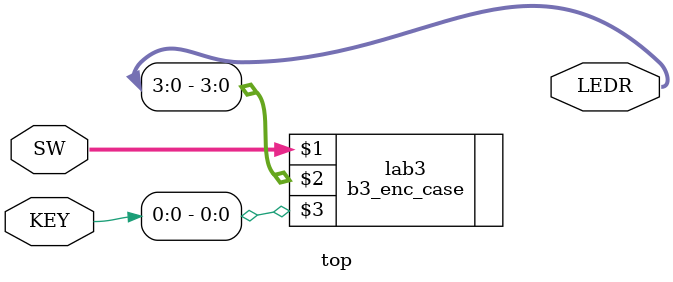
<source format=v>
module top (SW, KEY, LEDR);

    input wire [9:0] SW;        // DE-series switches
    input wire [3:0] KEY;       // DE-series pushbuttons

    output wire [9:0] LEDR;     // DE-series LEDs   

    b3_enc_case lab3 (SW[9:0], LEDR[3:0], KEY[0]);
 
endmodule


</source>
